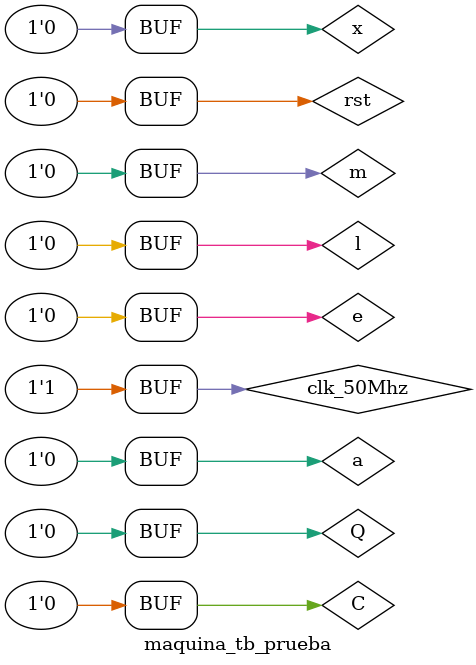
<source format=sv>

`timescale 1 ns/1 ns
module maquina_tb_prueba();

	logic clk_50Mhz, rst, e, l, x, m, a, C, Q;
	logic bebidaLista, agua, cafe, leche, choco, azucar;
	logic [6:0] hex1, hex2;
	
	 maquina_cafe_teorica maquina(clk_50Mhz, rst, e, l, x, m, a, C, Q,
										   bebidaLista, agua, cafe, leche, choco, azucar,
											hex1, hex2);


	always begin
		clk_50Mhz <=0; #10;
		clk_50Mhz <=1; #10;
	end

	initial begin
		clk_50Mhz = 0;
		rst = 1;
		e = 0;
		l = 0;
		m = 0;
		x = 0;
		a = 0;
		C = 0;
		Q = 0;
		#20
		
		C = 1;
		rst = 0;
		#25
		
		C = 0;
		Q = 1;
		#50
	
		Q = 0;
		C = 1;
		#50
		
		C = 0;
		e = 1;
		#25
		
		e = 1;
		#50
		
		e = 0;
	
	end

endmodule 
</source>
